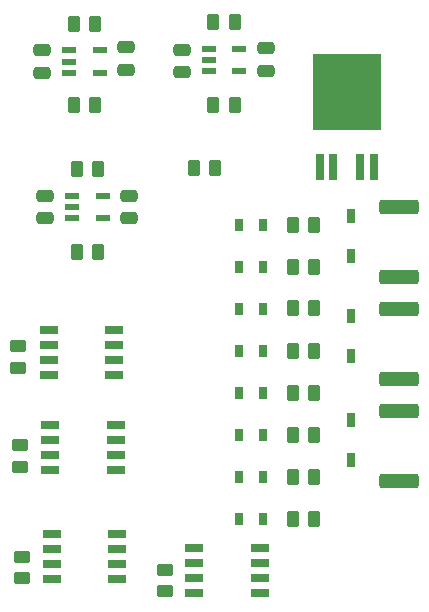
<source format=gtp>
%TF.GenerationSoftware,KiCad,Pcbnew,8.0.7*%
%TF.CreationDate,2025-04-29T19:53:03+02:00*%
%TF.ProjectId,GPIO Power Switch,4750494f-2050-46f7-9765-722053776974,V0*%
%TF.SameCoordinates,Original*%
%TF.FileFunction,Paste,Top*%
%TF.FilePolarity,Positive*%
%FSLAX46Y46*%
G04 Gerber Fmt 4.6, Leading zero omitted, Abs format (unit mm)*
G04 Created by KiCad (PCBNEW 8.0.7) date 2025-04-29 19:53:03*
%MOMM*%
%LPD*%
G01*
G04 APERTURE LIST*
G04 Aperture macros list*
%AMRoundRect*
0 Rectangle with rounded corners*
0 $1 Rounding radius*
0 $2 $3 $4 $5 $6 $7 $8 $9 X,Y pos of 4 corners*
0 Add a 4 corners polygon primitive as box body*
4,1,4,$2,$3,$4,$5,$6,$7,$8,$9,$2,$3,0*
0 Add four circle primitives for the rounded corners*
1,1,$1+$1,$2,$3*
1,1,$1+$1,$4,$5*
1,1,$1+$1,$6,$7*
1,1,$1+$1,$8,$9*
0 Add four rect primitives between the rounded corners*
20,1,$1+$1,$2,$3,$4,$5,0*
20,1,$1+$1,$4,$5,$6,$7,0*
20,1,$1+$1,$6,$7,$8,$9,0*
20,1,$1+$1,$8,$9,$2,$3,0*%
G04 Aperture macros list end*
%ADD10R,0.800000X1.000000*%
%ADD11RoundRect,0.250000X-1.425000X0.362500X-1.425000X-0.362500X1.425000X-0.362500X1.425000X0.362500X0*%
%ADD12R,0.750000X1.200000*%
%ADD13RoundRect,0.250000X0.450000X-0.262500X0.450000X0.262500X-0.450000X0.262500X-0.450000X-0.262500X0*%
%ADD14RoundRect,0.250000X0.262500X0.450000X-0.262500X0.450000X-0.262500X-0.450000X0.262500X-0.450000X0*%
%ADD15R,1.500000X0.700000*%
%ADD16RoundRect,0.250000X0.475000X-0.250000X0.475000X0.250000X-0.475000X0.250000X-0.475000X-0.250000X0*%
%ADD17RoundRect,0.250000X-0.262500X-0.450000X0.262500X-0.450000X0.262500X0.450000X-0.262500X0.450000X0*%
%ADD18R,1.150000X0.600000*%
%ADD19R,0.800000X2.200000*%
%ADD20R,5.800000X6.400000*%
G04 APERTURE END LIST*
D10*
%TO.C,LED4*%
X22627000Y-42047000D03*
X24627000Y-42047000D03*
%TD*%
%TO.C,LED6*%
X22627000Y-38491000D03*
X24627000Y-38491000D03*
%TD*%
D11*
%TO.C,R22*%
X36195000Y-21504500D03*
X36195000Y-15579500D03*
%TD*%
%TO.C,R21*%
X36195000Y-24215500D03*
X36195000Y-30140500D03*
%TD*%
D12*
%TO.C,D3*%
X32131000Y-19734001D03*
X32131000Y-16333999D03*
%TD*%
%TO.C,D2*%
X32131000Y-28243001D03*
X32131000Y-24842999D03*
%TD*%
%TO.C,D1*%
X32131000Y-37006001D03*
X32131000Y-33605999D03*
%TD*%
D11*
%TO.C,R20*%
X36195000Y-32851500D03*
X36195000Y-38776500D03*
%TD*%
D10*
%TO.C,LED2*%
X22638000Y-24257000D03*
X24638000Y-24257000D03*
%TD*%
D13*
%TO.C,R13*%
X16373000Y-48156500D03*
X16373000Y-46331500D03*
%TD*%
%TO.C,R1*%
X3946000Y-29233500D03*
X3946000Y-27408500D03*
%TD*%
D14*
%TO.C,R14*%
X28979500Y-17155000D03*
X27154500Y-17155000D03*
%TD*%
D10*
%TO.C,LED5*%
X22635500Y-17155000D03*
X24635500Y-17155000D03*
%TD*%
D14*
%TO.C,R4*%
X10437500Y-6995000D03*
X8612500Y-6995000D03*
%TD*%
D15*
%TO.C,IC7*%
X6750000Y-43307000D03*
X6750000Y-44577000D03*
X6750000Y-45847000D03*
X6750000Y-47117000D03*
X12300000Y-47117000D03*
X12300000Y-45847000D03*
X12300000Y-44577000D03*
X12300000Y-43307000D03*
%TD*%
D16*
%TO.C,C3*%
X24892000Y-4064000D03*
X24892000Y-2164000D03*
%TD*%
D15*
%TO.C,IC6*%
X18815000Y-44450000D03*
X18815000Y-45720000D03*
X18815000Y-46990000D03*
X18815000Y-48260000D03*
X24365000Y-48260000D03*
X24365000Y-46990000D03*
X24365000Y-45720000D03*
X24365000Y-44450000D03*
%TD*%
D16*
%TO.C,C4*%
X13081000Y-4005500D03*
X13081000Y-2105500D03*
%TD*%
%TO.C,C6*%
X6223000Y-16555000D03*
X6223000Y-14655000D03*
%TD*%
D14*
%TO.C,R5*%
X20597500Y-12329000D03*
X18772500Y-12329000D03*
%TD*%
D10*
%TO.C,LED8*%
X22627000Y-31379000D03*
X24627000Y-31379000D03*
%TD*%
D14*
%TO.C,R18*%
X28979500Y-34935000D03*
X27154500Y-34935000D03*
%TD*%
D17*
%TO.C,R7*%
X20423500Y10000D03*
X22248500Y10000D03*
%TD*%
D10*
%TO.C,LED7*%
X22627000Y-34935000D03*
X24627000Y-34935000D03*
%TD*%
D15*
%TO.C,IC1*%
X6623000Y-34036000D03*
X6623000Y-35306000D03*
X6623000Y-36576000D03*
X6623000Y-37846000D03*
X12173000Y-37846000D03*
X12173000Y-36576000D03*
X12173000Y-35306000D03*
X12173000Y-34036000D03*
%TD*%
D14*
%TO.C,R10*%
X28979500Y-27823000D03*
X27154500Y-27823000D03*
%TD*%
D13*
%TO.C,R15*%
X4210000Y-47037000D03*
X4210000Y-45212000D03*
%TD*%
D14*
%TO.C,R12*%
X28979500Y-20711000D03*
X27154500Y-20711000D03*
%TD*%
%TO.C,R3*%
X22248500Y-6995000D03*
X20423500Y-6995000D03*
%TD*%
%TO.C,R2*%
X10691500Y-19441000D03*
X8866500Y-19441000D03*
%TD*%
%TO.C,R19*%
X28979500Y-31379000D03*
X27154500Y-31379000D03*
%TD*%
D18*
%TO.C,IC4*%
X8225000Y-2352000D03*
X8225000Y-3302000D03*
X8225000Y-4252000D03*
X10825000Y-4252000D03*
X10825000Y-2352000D03*
%TD*%
D19*
%TO.C,Q1*%
X29470000Y-12201000D03*
X30610000Y-12201000D03*
D20*
X31750000Y-5901000D03*
D19*
X32890000Y-12201000D03*
X34030000Y-12201000D03*
%TD*%
D13*
%TO.C,R9*%
X4073000Y-37615500D03*
X4073000Y-35790500D03*
%TD*%
D18*
%TO.C,IC2*%
X8479000Y-14671000D03*
X8479000Y-15621000D03*
X8479000Y-16571000D03*
X11079000Y-16571000D03*
X11079000Y-14671000D03*
%TD*%
D17*
%TO.C,R8*%
X8866500Y-12436000D03*
X10691500Y-12436000D03*
%TD*%
D16*
%TO.C,C2*%
X13335000Y-16555000D03*
X13335000Y-14655000D03*
%TD*%
%TO.C,C8*%
X5969000Y-4236000D03*
X5969000Y-2336000D03*
%TD*%
D10*
%TO.C,LED1*%
X22638000Y-27813000D03*
X24638000Y-27813000D03*
%TD*%
%TO.C,LED3*%
X22627000Y-20711000D03*
X24627000Y-20711000D03*
%TD*%
D14*
%TO.C,R16*%
X28979500Y-42047000D03*
X27154500Y-42047000D03*
%TD*%
D18*
%TO.C,IC3*%
X20036000Y-2225000D03*
X20036000Y-3175000D03*
X20036000Y-4125000D03*
X22636000Y-4125000D03*
X22636000Y-2225000D03*
%TD*%
D15*
%TO.C,IC5*%
X6496000Y-26035000D03*
X6496000Y-27305000D03*
X6496000Y-28575000D03*
X6496000Y-29845000D03*
X12046000Y-29845000D03*
X12046000Y-28575000D03*
X12046000Y-27305000D03*
X12046000Y-26035000D03*
%TD*%
D14*
%TO.C,R17*%
X28979500Y-38491000D03*
X27154500Y-38491000D03*
%TD*%
D16*
%TO.C,C7*%
X17780000Y-4186000D03*
X17780000Y-2286000D03*
%TD*%
D14*
%TO.C,R11*%
X28979500Y-24140000D03*
X27154500Y-24140000D03*
%TD*%
D17*
%TO.C,R6*%
X8622500Y-117000D03*
X10447500Y-117000D03*
%TD*%
M02*

</source>
